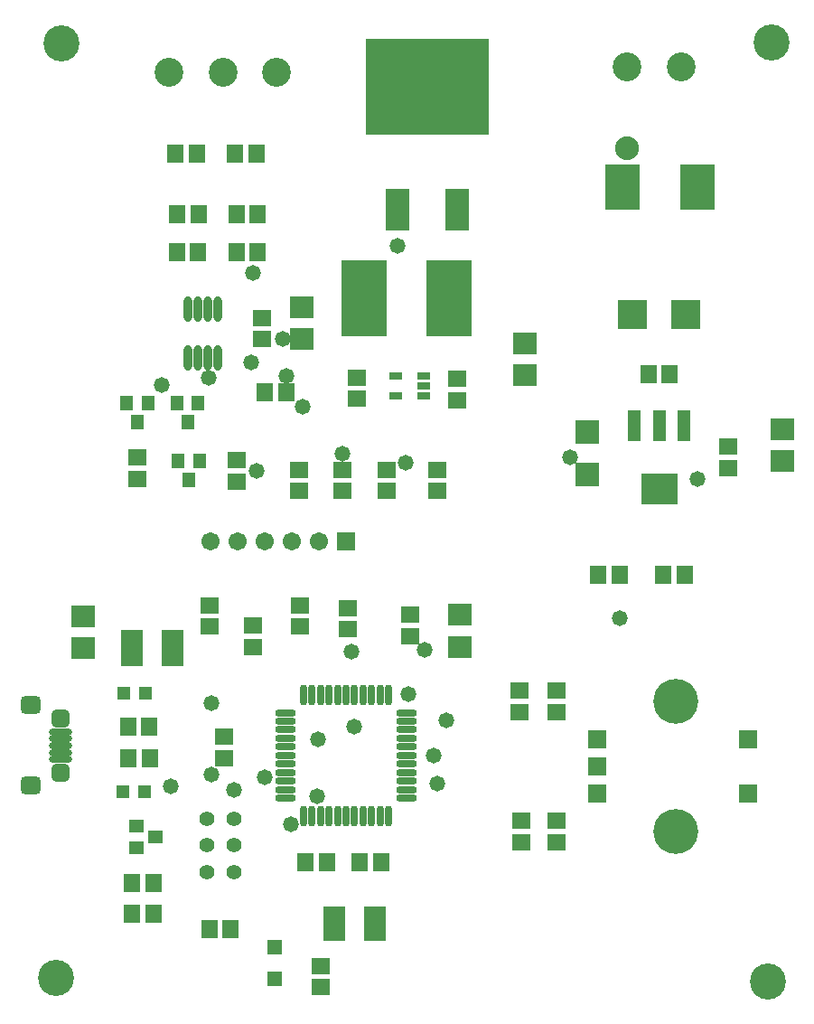
<source format=gts>
G04*
G04 #@! TF.GenerationSoftware,Altium Limited,Altium Designer,20.0.12 (288)*
G04*
G04 Layer_Color=8388736*
%FSLAX43Y43*%
%MOMM*%
G71*
G01*
G75*
%ADD36O,1.953X0.753*%
%ADD37O,0.753X1.953*%
%ADD38R,1.703X1.603*%
%ADD39R,3.203X4.203*%
%ADD40R,1.603X1.703*%
%ADD41R,1.203X1.403*%
%ADD42R,2.103X3.203*%
%ADD43R,3.503X2.903*%
%ADD44R,1.203X2.903*%
%ADD45R,1.203X1.203*%
%ADD46R,1.403X1.203*%
%ADD47R,11.633X9.093*%
%ADD48R,2.286X4.013*%
%ADD49R,4.203X7.203*%
%ADD50O,2.203X0.603*%
%ADD51O,0.803X2.403*%
%ADD52R,2.303X2.003*%
%ADD53R,1.403X1.403*%
%ADD54R,2.003X3.403*%
%ADD55R,2.203X2.203*%
%ADD56R,1.303X0.803*%
%ADD57R,2.703X2.703*%
%ADD58C,3.378*%
%ADD59C,2.703*%
G04:AMPARAMS|DCode=60|XSize=1.903mm|YSize=1.703mm|CornerRadius=0.477mm|HoleSize=0mm|Usage=FLASHONLY|Rotation=180.000|XOffset=0mm|YOffset=0mm|HoleType=Round|Shape=RoundedRectangle|*
%AMROUNDEDRECTD60*
21,1,1.903,0.750,0,0,180.0*
21,1,0.950,1.703,0,0,180.0*
1,1,0.953,-0.475,0.375*
1,1,0.953,0.475,0.375*
1,1,0.953,0.475,-0.375*
1,1,0.953,-0.475,-0.375*
%
%ADD60ROUNDEDRECTD60*%
G04:AMPARAMS|DCode=61|XSize=1.703mm|YSize=1.703mm|CornerRadius=0.477mm|HoleSize=0mm|Usage=FLASHONLY|Rotation=180.000|XOffset=0mm|YOffset=0mm|HoleType=Round|Shape=RoundedRectangle|*
%AMROUNDEDRECTD61*
21,1,1.703,0.750,0,0,180.0*
21,1,0.750,1.703,0,0,180.0*
1,1,0.953,-0.375,0.375*
1,1,0.953,0.375,0.375*
1,1,0.953,0.375,-0.375*
1,1,0.953,-0.375,-0.375*
%
%ADD61ROUNDEDRECTD61*%
%ADD62C,4.203*%
%ADD63R,1.703X1.703*%
%ADD64C,1.703*%
%ADD65C,1.403*%
%ADD66C,1.473*%
%ADD67C,2.235*%
D36*
X56707Y60364D02*
D03*
Y59564D02*
D03*
Y58764D02*
D03*
Y57964D02*
D03*
Y57164D02*
D03*
Y56364D02*
D03*
Y55564D02*
D03*
Y54764D02*
D03*
Y53964D02*
D03*
Y53164D02*
D03*
Y52364D02*
D03*
X68007D02*
D03*
Y53164D02*
D03*
Y53964D02*
D03*
Y54764D02*
D03*
Y55564D02*
D03*
Y56364D02*
D03*
Y57164D02*
D03*
Y57964D02*
D03*
Y58764D02*
D03*
Y59564D02*
D03*
Y60364D02*
D03*
D37*
X58357Y50714D02*
D03*
X59157D02*
D03*
X59957D02*
D03*
X60757D02*
D03*
X61557D02*
D03*
X62357D02*
D03*
X63157D02*
D03*
X63957D02*
D03*
X64757D02*
D03*
X65557D02*
D03*
X66357D02*
D03*
Y62014D02*
D03*
X65557D02*
D03*
X64757D02*
D03*
X63957D02*
D03*
X63157D02*
D03*
X62357D02*
D03*
X61557D02*
D03*
X60757D02*
D03*
X59957D02*
D03*
X59157D02*
D03*
X58357D02*
D03*
D38*
X54483Y95369D02*
D03*
Y97369D02*
D03*
X52070Y84034D02*
D03*
Y82034D02*
D03*
X68326Y69556D02*
D03*
Y67556D02*
D03*
X57912Y81145D02*
D03*
Y83145D02*
D03*
X63373Y91781D02*
D03*
Y89781D02*
D03*
X42799Y84288D02*
D03*
Y82288D02*
D03*
X59944Y34663D02*
D03*
Y36663D02*
D03*
X78613Y60444D02*
D03*
Y62444D02*
D03*
X82042Y60444D02*
D03*
Y62444D02*
D03*
Y50252D02*
D03*
Y48252D02*
D03*
X78740Y50252D02*
D03*
Y48252D02*
D03*
X58039Y70429D02*
D03*
Y68429D02*
D03*
X53594Y68540D02*
D03*
Y66540D02*
D03*
X49530Y68445D02*
D03*
Y70445D02*
D03*
X66167Y81145D02*
D03*
Y83145D02*
D03*
X70866D02*
D03*
Y81145D02*
D03*
X72771Y89654D02*
D03*
Y91654D02*
D03*
X61976Y81145D02*
D03*
Y83145D02*
D03*
X50927Y56126D02*
D03*
Y58126D02*
D03*
X62484Y70175D02*
D03*
Y68175D02*
D03*
X98171Y85304D02*
D03*
Y83304D02*
D03*
D39*
X88265Y109601D02*
D03*
X95265D02*
D03*
D40*
X90694Y92051D02*
D03*
X92694D02*
D03*
X43926Y59055D02*
D03*
X41926D02*
D03*
X43942Y56110D02*
D03*
X41942D02*
D03*
X42291Y44450D02*
D03*
X44291D02*
D03*
X42307Y41505D02*
D03*
X44307D02*
D03*
X60563Y46331D02*
D03*
X58563D02*
D03*
X63643D02*
D03*
X65643D02*
D03*
X52086Y103505D02*
D03*
X54086D02*
D03*
X56753Y90400D02*
D03*
X54753D02*
D03*
X48498Y103505D02*
D03*
X46498D02*
D03*
X49530Y40108D02*
D03*
X51530D02*
D03*
X51959Y112776D02*
D03*
X53959D02*
D03*
X48514Y107061D02*
D03*
X46514D02*
D03*
X46387Y112776D02*
D03*
X48387D02*
D03*
X54086Y107061D02*
D03*
X52086D02*
D03*
X92091Y73255D02*
D03*
X94091D02*
D03*
X85995D02*
D03*
X87995D02*
D03*
D41*
X48625Y83923D02*
D03*
X46625D02*
D03*
X47625Y82145D02*
D03*
X42799Y87606D02*
D03*
X41799Y89384D02*
D03*
X43799D02*
D03*
X47498Y87606D02*
D03*
X46498Y89384D02*
D03*
X48498D02*
D03*
D42*
X65024Y40640D02*
D03*
X61224D02*
D03*
D43*
X91694Y81354D02*
D03*
D44*
X89394Y87254D02*
D03*
X91694D02*
D03*
X93994D02*
D03*
D45*
X41545Y62230D02*
D03*
X43545D02*
D03*
X41434Y52959D02*
D03*
X43434D02*
D03*
D46*
X42672Y49744D02*
D03*
Y47744D02*
D03*
X44450Y48744D02*
D03*
D47*
X69977Y118999D02*
D03*
D48*
X67199Y107523D02*
D03*
X72787D02*
D03*
D49*
X72009Y99187D02*
D03*
X64009D02*
D03*
D50*
X35560Y58577D02*
D03*
Y57927D02*
D03*
Y57277D02*
D03*
Y56627D02*
D03*
Y55977D02*
D03*
D51*
X50353Y98199D02*
D03*
X49403D02*
D03*
X48453D02*
D03*
X47503D02*
D03*
X50353Y93599D02*
D03*
X49403D02*
D03*
X48453D02*
D03*
X47503D02*
D03*
D52*
X73025Y69548D02*
D03*
Y66548D02*
D03*
X37719Y66421D02*
D03*
Y69421D02*
D03*
X79121Y91996D02*
D03*
Y94996D02*
D03*
X58166Y95377D02*
D03*
Y98377D02*
D03*
X103251Y83947D02*
D03*
Y86947D02*
D03*
D53*
X55626Y35433D02*
D03*
Y38433D02*
D03*
D54*
X46096Y66397D02*
D03*
X42296D02*
D03*
D55*
X84963Y82685D02*
D03*
Y86685D02*
D03*
D56*
X66996Y91919D02*
D03*
Y90019D02*
D03*
X69596Y91919D02*
D03*
Y90969D02*
D03*
Y90019D02*
D03*
D57*
X89194Y97639D02*
D03*
X94194D02*
D03*
D58*
X101854Y35179D02*
D03*
X102235Y123190D02*
D03*
X35179Y35560D02*
D03*
X35687Y123063D02*
D03*
D59*
X88726Y120904D02*
D03*
X93726D02*
D03*
X45800Y120396D02*
D03*
X50800D02*
D03*
X55800D02*
D03*
D60*
X32766Y61057D02*
D03*
Y53564D02*
D03*
D61*
X35560Y59844D02*
D03*
Y54777D02*
D03*
D62*
X93218Y49252D02*
D03*
Y61444D02*
D03*
D63*
X100052Y57888D02*
D03*
X85852Y55348D02*
D03*
Y57888D02*
D03*
X100052Y52808D02*
D03*
X85852D02*
D03*
X62357Y76430D02*
D03*
D64*
X59817D02*
D03*
X57277D02*
D03*
X54737D02*
D03*
X52197D02*
D03*
X49657D02*
D03*
D65*
X51816Y45442D02*
D03*
Y47942D02*
D03*
Y50442D02*
D03*
X49316Y45442D02*
D03*
Y47942D02*
D03*
Y50442D02*
D03*
D66*
X45085Y91059D02*
D03*
X59690Y57912D02*
D03*
X59667Y52578D02*
D03*
X68199Y62078D02*
D03*
X58318Y89002D02*
D03*
X95250Y82271D02*
D03*
X51818Y53164D02*
D03*
X67905Y83758D02*
D03*
X53619Y101549D02*
D03*
X49454Y91770D02*
D03*
X61976Y84633D02*
D03*
X53483Y93193D02*
D03*
X54762Y54356D02*
D03*
X62840Y66116D02*
D03*
X87995Y69199D02*
D03*
X63157Y59093D02*
D03*
X53975Y83007D02*
D03*
X69748Y66243D02*
D03*
X71716Y59665D02*
D03*
X45923Y53467D02*
D03*
X70942Y53746D02*
D03*
X57150Y49886D02*
D03*
X56388Y95377D02*
D03*
X83320Y84328D02*
D03*
X49708Y54534D02*
D03*
Y61290D02*
D03*
X56753Y91900D02*
D03*
X67199Y104064D02*
D03*
X70585Y56364D02*
D03*
D67*
X88646Y113284D02*
D03*
M02*

</source>
